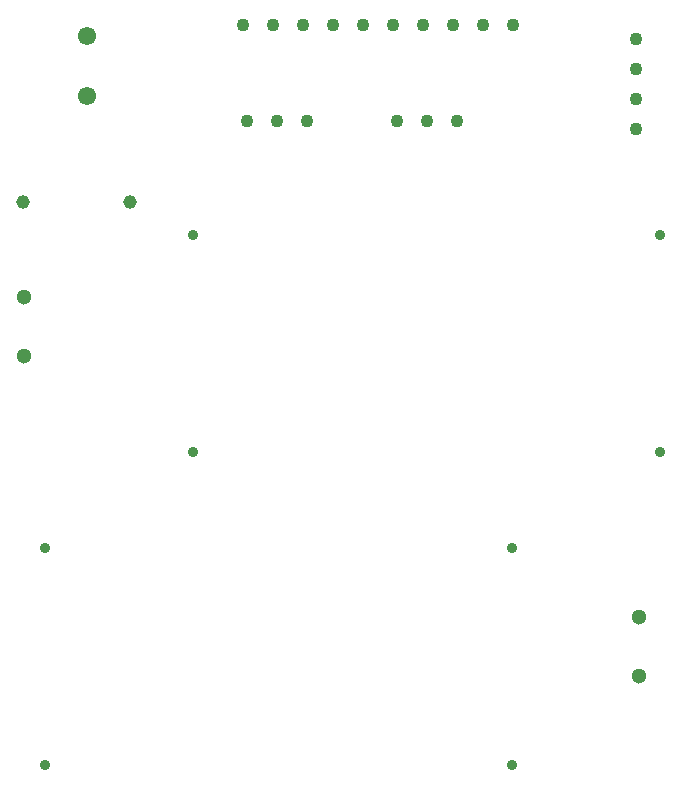
<source format=gbr>
%TF.GenerationSoftware,Altium Limited,Altium Designer,24.10.1 (45)*%
G04 Layer_Color=0*
%FSLAX45Y45*%
%MOMM*%
%TF.SameCoordinates,0FFDF30E-0F8A-4EF6-B442-501BBF81013B*%
%TF.FilePolarity,Positive*%
%TF.FileFunction,Plated,1,2,PTH,Drill*%
%TF.Part,Single*%
G01*
G75*
%TA.AperFunction,ComponentDrill*%
%ADD35C,1.10000*%
%ADD36C,0.89000*%
%ADD37C,1.55000*%
%ADD38C,1.15000*%
%ADD39C,1.30000*%
%ADD40C,1.10000*%
D35*
X4724400Y6604000D02*
D03*
X4470400D02*
D03*
X3708400D02*
D03*
X3200400D02*
D03*
X2692400D02*
D03*
X2438400D02*
D03*
X2946400D02*
D03*
X3454400D02*
D03*
X3962400D02*
D03*
X4216400D02*
D03*
X2476500Y5791200D02*
D03*
X2730500D02*
D03*
X2984500D02*
D03*
X4254500D02*
D03*
X4000500D02*
D03*
X3746500D02*
D03*
D36*
X762000Y2176780D02*
D03*
Y342900D02*
D03*
X2016760Y4826000D02*
D03*
Y2992120D02*
D03*
X4714240Y342900D02*
D03*
Y2176780D02*
D03*
X5969000Y2992120D02*
D03*
Y4826000D02*
D03*
D37*
X1117600Y6007100D02*
D03*
Y6515100D02*
D03*
D38*
X578700Y5105400D02*
D03*
X1478700D02*
D03*
D39*
X584200Y4301299D02*
D03*
Y3801300D02*
D03*
X5791200Y1096200D02*
D03*
Y1596199D02*
D03*
D40*
X5765800Y6489700D02*
D03*
Y6235700D02*
D03*
Y5727700D02*
D03*
Y5981700D02*
D03*
%TF.MD5,2440f0d27fc8c6ad64ea5196deba2de9*%
M02*

</source>
